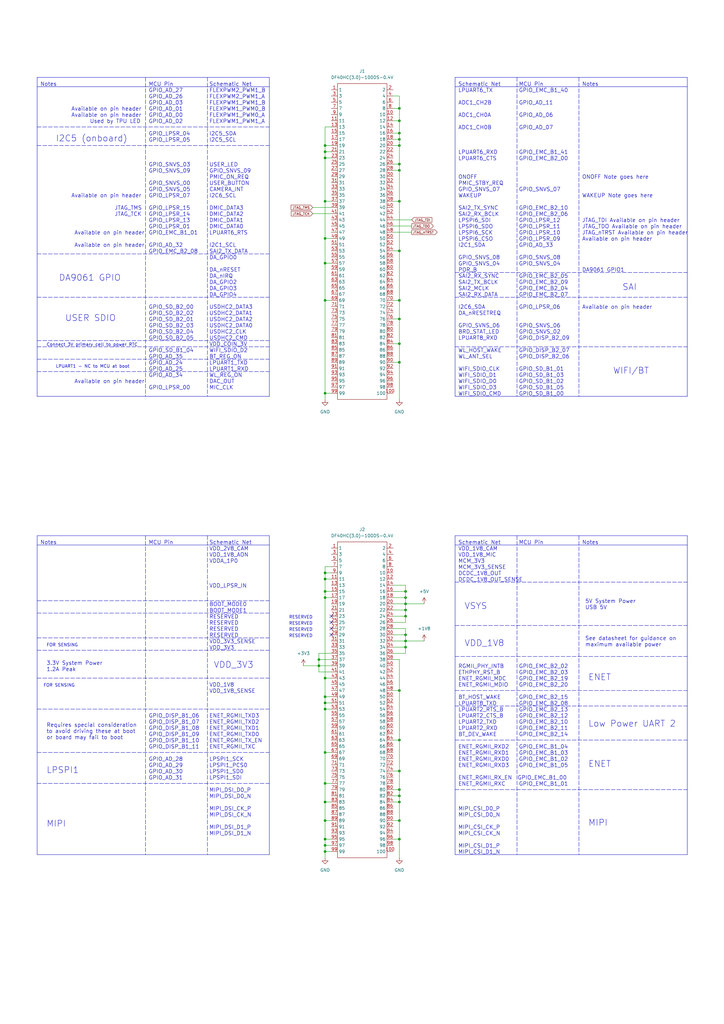
<source format=kicad_sch>
(kicad_sch (version 20211123) (generator eeschema)
  (paper "A3" portrait)
  (lib_symbols
    (symbol "DevBoardMicroLib:DF40HC(3.0)-100DS-0.4V"
      (property "Reference" "J" (at -10.16 68.58 0))
      (property "Value" "DF40HC(3.0)-100DS-0.4V" (at 0 0 90))
      (symbol "DF40HC(3.0)-100DS-0.4V_0_1"
        (rectangle (start -10.16 66.04) (end 10.16 -63.5))
      )
      (symbol "DF40HC(3.0)-100DS-0.4V_1_1"
        (pin passive line (at -12.7 63.5 0) (length 2.54) (name "1") (number "1"))
        (pin passive line (at 12.7 53.34 180) (length 2.54) (name "10") (number "10"))
        (pin passive line (at 12.7 -60.96 180) (length 2.54) (name "100") (number "100"))
        (pin passive line (at -12.7 50.8 0) (length 2.54) (name "11") (number "11"))
        (pin passive line (at 12.7 50.8 180) (length 2.54) (name "12") (number "12"))
        (pin passive line (at -12.7 48.26 0) (length 2.54) (name "13") (number "13"))
        (pin passive line (at 12.7 48.26 180) (length 2.54) (name "14") (number "14"))
        (pin passive line (at -12.7 45.72 0) (length 2.54) (name "15") (number "15"))
        (pin passive line (at 12.7 45.72 180) (length 2.54) (name "16") (number "16"))
        (pin passive line (at -12.7 43.18 0) (length 2.54) (name "17") (number "17"))
        (pin passive line (at 12.7 43.18 180) (length 2.54) (name "18") (number "18"))
        (pin passive line (at -12.7 40.64 0) (length 2.54) (name "19") (number "19"))
        (pin passive line (at 12.7 63.5 180) (length 2.54) (name "2") (number "2"))
        (pin passive line (at 12.7 40.64 180) (length 2.54) (name "20") (number "20"))
        (pin passive line (at -12.7 38.1 0) (length 2.54) (name "21") (number "21"))
        (pin passive line (at 12.7 38.1 180) (length 2.54) (name "22") (number "22"))
        (pin passive line (at -12.7 35.56 0) (length 2.54) (name "23") (number "23"))
        (pin passive line (at 12.7 35.56 180) (length 2.54) (name "24") (number "24"))
        (pin passive line (at -12.7 33.02 0) (length 2.54) (name "25") (number "25"))
        (pin passive line (at 12.7 33.02 180) (length 2.54) (name "26") (number "26"))
        (pin passive line (at -12.7 30.48 0) (length 2.54) (name "27") (number "27"))
        (pin passive line (at 12.7 30.48 180) (length 2.54) (name "28") (number "28"))
        (pin passive line (at -12.7 27.94 0) (length 2.54) (name "29") (number "29"))
        (pin passive line (at -12.7 60.96 0) (length 2.54) (name "3") (number "3"))
        (pin passive line (at 12.7 27.94 180) (length 2.54) (name "30") (number "30"))
        (pin passive line (at -12.7 25.4 0) (length 2.54) (name "31") (number "31"))
        (pin passive line (at 12.7 25.4 180) (length 2.54) (name "32") (number "32"))
        (pin passive line (at -12.7 22.86 0) (length 2.54) (name "33") (number "33"))
        (pin passive line (at 12.7 22.86 180) (length 2.54) (name "34") (number "34"))
        (pin passive line (at -12.7 20.32 0) (length 2.54) (name "35") (number "35"))
        (pin passive line (at 12.7 20.32 180) (length 2.54) (name "36") (number "36"))
        (pin passive line (at -12.7 17.78 0) (length 2.54) (name "37") (number "37"))
        (pin passive line (at 12.7 17.78 180) (length 2.54) (name "38") (number "38"))
        (pin passive line (at -12.7 15.24 0) (length 2.54) (name "39") (number "39"))
        (pin passive line (at 12.7 60.96 180) (length 2.54) (name "4") (number "4"))
        (pin passive line (at 12.7 15.24 180) (length 2.54) (name "40") (number "40"))
        (pin passive line (at -12.7 12.7 0) (length 2.54) (name "41") (number "41"))
        (pin passive line (at 12.7 12.7 180) (length 2.54) (name "42") (number "42"))
        (pin passive line (at -12.7 10.16 0) (length 2.54) (name "43") (number "43"))
        (pin passive line (at 12.7 10.16 180) (length 2.54) (name "44") (number "44"))
        (pin passive line (at -12.7 7.62 0) (length 2.54) (name "45") (number "45"))
        (pin passive line (at 12.7 7.62 180) (length 2.54) (name "46") (number "46"))
        (pin passive line (at -12.7 5.08 0) (length 2.54) (name "47") (number "47"))
        (pin passive line (at 12.7 5.08 180) (length 2.54) (name "48") (number "48"))
        (pin passive line (at -12.7 2.54 0) (length 2.54) (name "49") (number "49"))
        (pin passive line (at -12.7 58.42 0) (length 2.54) (name "5") (number "5"))
        (pin passive line (at 12.7 2.54 180) (length 2.54) (name "50") (number "50"))
        (pin passive line (at -12.7 0 0) (length 2.54) (name "51") (number "51"))
        (pin passive line (at 12.7 0 180) (length 2.54) (name "52") (number "52"))
        (pin passive line (at -12.7 -2.54 0) (length 2.54) (name "53") (number "53"))
        (pin passive line (at 12.7 -2.54 180) (length 2.54) (name "54") (number "54"))
        (pin passive line (at -12.7 -5.08 0) (length 2.54) (name "55") (number "55"))
        (pin passive line (at 12.7 -5.08 180) (length 2.54) (name "56") (number "56"))
        (pin passive line (at -12.7 -7.62 0) (length 2.54) (name "57") (number "57"))
        (pin passive line (at 12.7 -7.62 180) (length 2.54) (name "58") (number "58"))
        (pin passive line (at -12.7 -10.16 0) (length 2.54) (name "59") (number "59"))
        (pin passive line (at 12.7 58.42 180) (length 2.54) (name "6") (number "6"))
        (pin passive line (at 12.7 -10.16 180) (length 2.54) (name "60") (number "60"))
        (pin passive line (at -12.7 -12.7 0) (length 2.54) (name "61") (number "61"))
        (pin passive line (at 12.7 -12.7 180) (length 2.54) (name "62") (number "62"))
        (pin passive line (at -12.7 -15.24 0) (length 2.54) (name "63") (number "63"))
        (pin passive line (at 12.7 -15.24 180) (length 2.54) (name "64") (number "64"))
        (pin passive line (at -12.7 -17.78 0) (length 2.54) (name "65") (number "65"))
        (pin passive line (at 12.7 -17.78 180) (length 2.54) (name "66") (number "66"))
        (pin passive line (at -12.7 -20.32 0) (length 2.54) (name "67") (number "67"))
        (pin passive line (at 12.7 -20.32 180) (length 2.54) (name "68") (number "68"))
        (pin passive line (at -12.7 -22.86 0) (length 2.54) (name "69") (number "69"))
        (pin passive line (at -12.7 55.88 0) (length 2.54) (name "7") (number "7"))
        (pin passive line (at 12.7 -22.86 180) (length 2.54) (name "70") (number "70"))
        (pin passive line (at -12.7 -25.4 0) (length 2.54) (name "71") (number "71"))
        (pin passive line (at 12.7 -25.4 180) (length 2.54) (name "72") (number "72"))
        (pin passive line (at -12.7 -27.94 0) (length 2.54) (name "73") (number "73"))
        (pin passive line (at 12.7 -27.94 180) (length 2.54) (name "74") (number "74"))
        (pin passive line (at -12.7 -30.48 0) (length 2.54) (name "75") (number "75"))
        (pin passive line (at 12.7 -30.48 180) (length 2.54) (name "76") (number "76"))
        (pin passive line (at -12.7 -33.02 0) (length 2.54) (name "77") (number "77"))
        (pin passive line (at 12.7 -33.02 180) (length 2.54) (name "78") (number "78"))
        (pin passive line (at -12.7 -35.56 0) (length 2.54) (name "79") (number "79"))
        (pin passive line (at 12.7 55.88 180) (length 2.54) (name "8") (number "8"))
        (pin passive line (at 12.7 -35.56 180) (length 2.54) (name "80") (number "80"))
        (pin passive line (at -12.7 -38.1 0) (length 2.54) (name "81") (number "81"))
        (pin passive line (at 12.7 -38.1 180) (length 2.54) (name "82") (number "82"))
        (pin passive line (at -12.7 -40.64 0) (length 2.54) (name "83") (number "83"))
        (pin passive line (at 12.7 -40.64 180) (length 2.54) (name "84") (number "84"))
        (pin passive line (at -12.7 -43.18 0) (length 2.54) (name "85") (number "85"))
        (pin passive line (at 12.7 -43.18 180) (length 2.54) (name "86") (number "86"))
        (pin passive line (at -12.7 -45.72 0) (length 2.54) (name "87") (number "87"))
        (pin passive line (at 12.7 -45.72 180) (length 2.54) (name "88") (number "88"))
        (pin passive line (at -12.7 -48.26 0) (length 2.54) (name "89") (number "89"))
        (pin passive line (at -12.7 53.34 0) (length 2.54) (name "9") (number "9"))
        (pin passive line (at 12.7 -48.26 180) (length 2.54) (name "90") (number "90"))
        (pin passive line (at -12.7 -50.8 0) (length 2.54) (name "91") (number "91"))
        (pin passive line (at 12.7 -50.8 180) (length 2.54) (name "92") (number "92"))
        (pin passive line (at -12.7 -53.34 0) (length 2.54) (name "93") (number "93"))
        (pin passive line (at 12.7 -53.34 180) (length 2.54) (name "94") (number "94"))
        (pin passive line (at -12.7 -55.88 0) (length 2.54) (name "95") (number "95"))
        (pin passive line (at 12.7 -55.88 180) (length 2.54) (name "96") (number "96"))
        (pin passive line (at -12.7 -58.42 0) (length 2.54) (name "97") (number "97"))
        (pin passive line (at 12.7 -58.42 180) (length 2.54) (name "98") (number "98"))
        (pin passive line (at -12.7 -60.96 0) (length 2.54) (name "99") (number "99"))
      )
    )
    (symbol "power:+1V8" (power) (pin_names (offset 0))
      (property "Value" "+1V8" (at 0 3.556 0))
      (symbol "+1V8_0_1"
        (polyline (pts (xy -0.762 1.27) (xy 0 2.54)))
        (polyline (pts (xy 0 0) (xy 0 2.54)))
        (polyline (pts (xy 0 2.54) (xy 0.762 1.27)))
      )
      (symbol "+1V8_1_1"
        (pin power_in line (at 0 0 90) (length 0) hide (name "+1V8") (number "1"))
      )
    )
    (symbol "power:+3V3" (power) (pin_names (offset 0))
      (property "Value" "+3V3" (at 0 3.556 0))
      (symbol "+3V3_0_1"
        (polyline (pts (xy -0.762 1.27) (xy 0 2.54)))
        (polyline (pts (xy 0 0) (xy 0 2.54)))
        (polyline (pts (xy 0 2.54) (xy 0.762 1.27)))
      )
      (symbol "+3V3_1_1"
        (pin power_in line (at 0 0 90) (length 0) hide (name "+3V3") (number "1"))
      )
    )
    (symbol "power:+5V" (power) (pin_names (offset 0))
      (property "Value" "+5V" (at 0 3.556 0))
      (symbol "+5V_0_1"
        (polyline (pts (xy -0.762 1.27) (xy 0 2.54)))
        (polyline (pts (xy 0 0) (xy 0 2.54)))
        (polyline (pts (xy 0 2.54) (xy 0.762 1.27)))
      )
      (symbol "+5V_1_1"
        (pin power_in line (at 0 0 90) (length 0) hide (name "+5V") (number "1"))
      )
    )
    (symbol "power:GND" (power) (pin_names (offset 0))
      (property "Value" "GND" (at 0 -3.81 0))
      (symbol "GND_0_1"
        (polyline (pts (xy 0 0) (xy 0 -1.27) (xy 1.27 -1.27) (xy 0 -2.54) (xy -1.27 -1.27) (xy 0 -1.27)))
      )
      (symbol "GND_1_1"
        (pin power_in line (at 0 0 270) (length 0) hide (name "GND") (number "1"))
      )
    )
  )
  (junction (at 133.35 285.75))
  (junction (at 163.83 102.87))
  (junction (at 133.35 161.29))
  (junction (at 163.83 336.55))
  (junction (at 133.35 245.11))
  (junction (at 163.83 323.85))
  (junction (at 163.83 82.55))
  (junction (at 133.35 97.79))
  (junction (at 163.83 328.93))
  (junction (at 133.35 321.31))
  (junction (at 133.35 336.55))
  (junction (at 130.81 273.05))
  (junction (at 133.35 82.55))
  (junction (at 166.37 265.43))
  (junction (at 163.83 123.19))
  (junction (at 163.83 130.81))
  (junction (at 133.35 278.13))
  (junction (at 133.35 288.29))
  (junction (at 133.35 308.61))
  (junction (at 163.83 316.23))
  (junction (at 163.83 140.97))
  (junction (at 133.35 328.93))
  (junction (at 133.35 237.49))
  (junction (at 133.35 107.95))
  (junction (at 166.37 252.73))
  (junction (at 133.35 349.25))
  (junction (at 133.35 64.77))
  (junction (at 163.83 303.53))
  (junction (at 133.35 234.95))
  (junction (at 163.83 54.61))
  (junction (at 163.83 49.53))
  (junction (at 163.83 326.39))
  (junction (at 133.35 59.69))
  (junction (at 163.83 59.69))
  (junction (at 133.35 123.19))
  (junction (at 166.37 245.11))
  (junction (at 166.37 250.19))
  (junction (at 166.37 247.65))
  (junction (at 166.37 242.57))
  (junction (at 166.37 260.35))
  (junction (at 163.83 67.31))
  (junction (at 133.35 62.23))
  (junction (at 133.35 346.71))
  (junction (at 130.81 270.51))
  (junction (at 163.83 57.15))
  (junction (at 133.35 242.57))
  (junction (at 163.83 69.85))
  (junction (at 133.35 344.17))
  (junction (at 163.83 148.59))
  (junction (at 133.35 290.83))
  (junction (at 163.83 344.17))
  (junction (at 163.83 283.21))
  (junction (at 163.83 44.45))
  (junction (at 166.37 262.89))
  (no_connect (at 135.89 252.73))
  (no_connect (at 135.89 257.81))
  (no_connect (at 135.89 255.27))
  (no_connect (at 135.89 260.35))
  (polyline (pts (xy 15.24 59.69) (xy 110.49 59.69)))
  (wire (pts (xy 163.83 44.45) (xy 163.83 49.53)))
  (polyline (pts (xy 186.69 303.53) (xy 281.94 303.53)))
  (wire (pts (xy 161.29 252.73) (xy 166.37 252.73)))
  (wire (pts (xy 130.81 270.51) (xy 130.81 267.97)))
  (wire (pts (xy 135.89 161.29) (xy 133.35 161.29)))
  (wire (pts (xy 133.35 285.75) (xy 135.89 285.75)))
  (wire (pts (xy 133.35 82.55) (xy 133.35 97.79)))
  (polyline (pts (xy 186.69 283.21) (xy 281.94 283.21)))
  (wire (pts (xy 163.83 323.85) (xy 163.83 326.39)))
  (polyline (pts (xy 281.94 350.52) (xy 186.69 350.52)) (stroke (width 0) (type solid)))
  (wire (pts (xy 135.89 82.55) (xy 133.35 82.55)))
  (polyline (pts (xy 186.69 323.85) (xy 281.94 323.85)))
  (wire (pts (xy 166.37 267.97) (xy 166.37 265.43)))
  (polyline (pts (xy 237.49 219.71) (xy 237.49 350.52)))
  (wire (pts (xy 133.35 308.61) (xy 133.35 321.31)))
  (wire (pts (xy 163.83 303.53) (xy 163.83 316.23)))
  (wire (pts (xy 163.83 336.55) (xy 163.83 344.17)))
  (polyline (pts (xy 15.24 52.07) (xy 110.49 52.07)))
  (polyline (pts (xy 186.69 289.56) (xy 281.94 289.56)))
  (wire (pts (xy 161.29 344.17) (xy 163.83 344.17)))
  (polyline (pts (xy 15.24 246.38) (xy 110.49 246.38)))
  (wire (pts (xy 161.29 247.65) (xy 166.37 247.65)))
  (polyline (pts (xy 110.49 162.56) (xy 15.24 162.56)) (stroke (width 0) (type solid)))
  (polyline (pts (xy 186.69 31.75) (xy 281.94 31.75)) (stroke (width 0) (type solid)))
  (wire (pts (xy 133.35 278.13) (xy 133.35 285.75)))
  (polyline (pts (xy 15.24 219.71) (xy 110.49 219.71)) (stroke (width 0) (type solid)))
  (wire (pts (xy 133.35 344.17) (xy 135.89 344.17)))
  (polyline (pts (xy 15.24 223.52) (xy 110.49 223.52)) (stroke (width 0) (type solid)))
  (wire (pts (xy 161.29 90.17) (xy 168.91 90.17)))
  (wire (pts (xy 161.29 303.53) (xy 163.83 303.53)))
  (wire (pts (xy 161.29 130.81) (xy 163.83 130.81)))
  (polyline (pts (xy 186.69 121.92) (xy 281.94 121.92)))
  (wire (pts (xy 163.83 57.15) (xy 163.83 59.69)))
  (wire (pts (xy 166.37 250.19) (xy 166.37 252.73)))
  (polyline (pts (xy 186.69 35.56) (xy 281.94 35.56)) (stroke (width 0) (type solid)))
  (wire (pts (xy 161.29 123.19) (xy 163.83 123.19)))
  (wire (pts (xy 161.29 242.57) (xy 166.37 242.57)))
  (wire (pts (xy 128.27 85.09) (xy 135.89 85.09)))
  (wire (pts (xy 161.29 326.39) (xy 163.83 326.39)))
  (polyline (pts (xy 15.24 251.46) (xy 110.49 251.46)))
  (wire (pts (xy 133.35 349.25) (xy 135.89 349.25)))
  (wire (pts (xy 130.81 273.05) (xy 130.81 270.51)))
  (wire (pts (xy 161.29 67.31) (xy 163.83 67.31)))
  (wire (pts (xy 166.37 265.43) (xy 166.37 262.89)))
  (wire (pts (xy 161.29 267.97) (xy 166.37 267.97)))
  (wire (pts (xy 161.29 102.87) (xy 163.83 102.87)))
  (wire (pts (xy 133.35 308.61) (xy 135.89 308.61)))
  (wire (pts (xy 130.81 275.59) (xy 130.81 273.05)))
  (wire (pts (xy 135.89 59.69) (xy 133.35 59.69)))
  (wire (pts (xy 163.83 130.81) (xy 163.83 140.97)))
  (polyline (pts (xy 281.94 31.75) (xy 281.94 162.56)) (stroke (width 0) (type solid)))
  (wire (pts (xy 166.37 245.11) (xy 166.37 247.65)))
  (wire (pts (xy 133.35 336.55) (xy 135.89 336.55)))
  (wire (pts (xy 133.35 234.95) (xy 133.35 237.49)))
  (polyline (pts (xy 186.69 256.54) (xy 281.94 256.54)))
  (wire (pts (xy 161.29 270.51) (xy 163.83 270.51)))
  (wire (pts (xy 166.37 255.27) (xy 161.29 255.27)))
  (wire (pts (xy 161.29 148.59) (xy 163.83 148.59)))
  (wire (pts (xy 161.29 257.81) (xy 166.37 257.81)))
  (wire (pts (xy 163.83 67.31) (xy 163.83 69.85)))
  (wire (pts (xy 133.35 97.79) (xy 133.35 107.95)))
  (wire (pts (xy 163.83 49.53) (xy 163.83 54.61)))
  (wire (pts (xy 161.29 328.93) (xy 163.83 328.93)))
  (wire (pts (xy 166.37 262.89) (xy 173.99 262.89)))
  (polyline (pts (xy 186.69 238.76) (xy 281.94 238.76)))
  (wire (pts (xy 166.37 260.35) (xy 166.37 257.81)))
  (wire (pts (xy 133.35 349.25) (xy 133.35 351.79)))
  (polyline (pts (xy 186.69 142.24) (xy 281.94 142.24)))
  (polyline (pts (xy 186.69 219.71) (xy 281.94 219.71)) (stroke (width 0) (type solid)))
  (wire (pts (xy 166.37 247.65) (xy 166.37 250.19)))
  (wire (pts (xy 133.35 278.13) (xy 135.89 278.13)))
  (wire (pts (xy 161.29 69.85) (xy 163.83 69.85)))
  (polyline (pts (xy 212.09 31.75) (xy 212.09 162.56)))
  (wire (pts (xy 133.35 346.71) (xy 133.35 349.25)))
  (wire (pts (xy 166.37 262.89) (xy 166.37 260.35)))
  (wire (pts (xy 163.83 39.37) (xy 163.83 44.45)))
  (polyline (pts (xy 110.49 350.52) (xy 15.24 350.52)) (stroke (width 0) (type solid)))
  (wire (pts (xy 135.89 123.19) (xy 133.35 123.19)))
  (polyline (pts (xy 186.69 219.71) (xy 186.69 350.52)) (stroke (width 0) (type solid)))
  (polyline (pts (xy 15.24 290.83) (xy 110.49 290.83)))
  (wire (pts (xy 163.83 326.39) (xy 163.83 328.93)))
  (wire (pts (xy 161.29 57.15) (xy 163.83 57.15)))
  (polyline (pts (xy 186.69 31.75) (xy 186.69 162.56)) (stroke (width 0) (type solid)))
  (wire (pts (xy 161.29 316.23) (xy 163.83 316.23)))
  (wire (pts (xy 135.89 64.77) (xy 133.35 64.77)))
  (wire (pts (xy 133.35 290.83) (xy 133.35 308.61)))
  (polyline (pts (xy 15.24 139.7) (xy 110.49 139.7)))
  (wire (pts (xy 133.35 321.31) (xy 135.89 321.31)))
  (polyline (pts (xy 186.69 223.52) (xy 281.94 223.52)) (stroke (width 0) (type solid)))
  (wire (pts (xy 133.35 62.23) (xy 133.35 64.77)))
  (polyline (pts (xy 85.09 219.71) (xy 85.09 350.52)))
  (wire (pts (xy 133.35 328.93) (xy 135.89 328.93)))
  (wire (pts (xy 133.35 336.55) (xy 133.35 344.17)))
  (wire (pts (xy 133.35 237.49) (xy 135.89 237.49)))
  (wire (pts (xy 166.37 240.03) (xy 166.37 242.57)))
  (wire (pts (xy 133.35 285.75) (xy 133.35 288.29)))
  (polyline (pts (xy 15.24 31.75) (xy 15.24 162.56)) (stroke (width 0) (type solid)))
  (wire (pts (xy 133.35 161.29) (xy 133.35 163.83)))
  (wire (pts (xy 133.35 64.77) (xy 133.35 82.55)))
  (wire (pts (xy 163.83 148.59) (xy 163.83 163.83)))
  (wire (pts (xy 161.29 44.45) (xy 163.83 44.45)))
  (wire (pts (xy 133.35 344.17) (xy 133.35 346.71)))
  (polyline (pts (xy 110.49 219.71) (xy 110.49 350.52)) (stroke (width 0) (type solid)))
  (polyline (pts (xy 212.09 219.71) (xy 212.09 350.52)))
  (polyline (pts (xy 110.49 31.75) (xy 110.49 162.56)) (stroke (width 0) (type solid)))
  (wire (pts (xy 163.83 283.21) (xy 163.83 303.53)))
  (polyline (pts (xy 85.09 31.75) (xy 85.09 162.56)))
  (wire (pts (xy 166.37 252.73) (xy 166.37 255.27)))
  (wire (pts (xy 161.29 336.55) (xy 163.83 336.55)))
  (wire (pts (xy 166.37 242.57) (xy 166.37 245.11)))
  (wire (pts (xy 133.35 328.93) (xy 133.35 336.55)))
  (wire (pts (xy 163.83 344.17) (xy 163.83 351.79)))
  (wire (pts (xy 163.83 328.93) (xy 163.83 336.55)))
  (wire (pts (xy 161.29 260.35) (xy 166.37 260.35)))
  (wire (pts (xy 133.35 321.31) (xy 133.35 328.93)))
  (wire (pts (xy 133.35 232.41) (xy 133.35 234.95)))
  (wire (pts (xy 161.29 82.55) (xy 163.83 82.55)))
  (polyline (pts (xy 15.24 35.56) (xy 110.49 35.56)) (stroke (width 0) (type solid)))
  (wire (pts (xy 163.83 102.87) (xy 163.83 123.19)))
  (wire (pts (xy 163.83 59.69) (xy 163.83 67.31)))
  (wire (pts (xy 163.83 270.51) (xy 163.83 283.21)))
  (wire (pts (xy 124.46 273.05) (xy 130.81 273.05)))
  (wire (pts (xy 133.35 245.11) (xy 135.89 245.11)))
  (wire (pts (xy 163.83 140.97) (xy 163.83 148.59)))
  (polyline (pts (xy 15.24 219.71) (xy 15.24 350.52)) (stroke (width 0) (type solid)))
  (polyline (pts (xy 281.94 162.56) (xy 186.69 162.56)) (stroke (width 0) (type solid)))
  (wire (pts (xy 133.35 123.19) (xy 133.35 161.29)))
  (wire (pts (xy 161.29 323.85) (xy 163.83 323.85)))
  (wire (pts (xy 161.29 59.69) (xy 163.83 59.69)))
  (wire (pts (xy 135.89 107.95) (xy 133.35 107.95)))
  (wire (pts (xy 161.29 262.89) (xy 166.37 262.89)))
  (polyline (pts (xy 15.24 308.61) (xy 110.49 308.61)))
  (wire (pts (xy 130.81 270.51) (xy 135.89 270.51)))
  (wire (pts (xy 161.29 245.11) (xy 166.37 245.11)))
  (wire (pts (xy 135.89 275.59) (xy 130.81 275.59)))
  (polyline (pts (xy 186.69 269.24) (xy 281.94 269.24)))
  (polyline (pts (xy 59.69 31.75) (xy 59.69 162.56)))
  (wire (pts (xy 161.29 54.61) (xy 163.83 54.61)))
  (wire (pts (xy 133.35 346.71) (xy 135.89 346.71)))
  (wire (pts (xy 135.89 52.07) (xy 133.35 52.07)))
  (polyline (pts (xy 15.24 147.32) (xy 110.49 147.32)))
  (wire (pts (xy 133.35 245.11) (xy 133.35 278.13)))
  (polyline (pts (xy 59.69 219.71) (xy 59.69 350.52)))
  (wire (pts (xy 133.35 288.29) (xy 135.89 288.29)))
  (wire (pts (xy 133.35 290.83) (xy 135.89 290.83)))
  (wire (pts (xy 161.29 240.03) (xy 166.37 240.03)))
  (wire (pts (xy 161.29 265.43) (xy 166.37 265.43)))
  (wire (pts (xy 161.29 283.21) (xy 163.83 283.21)))
  (wire (pts (xy 161.29 49.53) (xy 163.83 49.53)))
  (wire (pts (xy 135.89 232.41) (xy 133.35 232.41)))
  (wire (pts (xy 163.83 82.55) (xy 163.83 102.87)))
  (wire (pts (xy 161.29 92.71) (xy 168.91 92.71)))
  (polyline (pts (xy 186.69 111.76) (xy 281.94 111.76)))
  (wire (pts (xy 161.29 95.25) (xy 168.91 95.25)))
  (wire (pts (xy 133.35 242.57) (xy 135.89 242.57)))
  (polyline (pts (xy 15.24 104.14) (xy 110.49 104.14)))
  (wire (pts (xy 133.35 288.29) (xy 133.35 290.83)))
  (wire (pts (xy 163.83 316.23) (xy 163.83 323.85)))
  (wire (pts (xy 135.89 62.23) (xy 133.35 62.23)))
  (wire (pts (xy 133.35 237.49) (xy 133.35 242.57)))
  (polyline (pts (xy 15.24 121.92) (xy 110.49 121.92)))
  (wire (pts (xy 166.37 247.65) (xy 173.99 247.65)))
  (polyline (pts (xy 15.24 278.13) (xy 110.49 278.13)))
  (wire (pts (xy 135.89 97.79) (xy 133.35 97.79)))
  (wire (pts (xy 133.35 234.95) (xy 135.89 234.95)))
  (wire (pts (xy 133.35 107.95) (xy 133.35 123.19)))
  (wire (pts (xy 161.29 140.97) (xy 163.83 140.97)))
  (polyline (pts (xy 15.24 266.7) (xy 110.49 266.7)))
  (polyline (pts (xy 15.24 31.75) (xy 110.49 31.75)) (stroke (width 0) (type solid)))
  (wire (pts (xy 128.27 87.63) (xy 135.89 87.63)))
  (wire (pts (xy 130.81 273.05) (xy 135.89 273.05)))
  (polyline (pts (xy 15.24 321.31) (xy 110.49 321.31)))
  (polyline (pts (xy 15.24 142.24) (xy 110.49 142.24)))
  (wire (pts (xy 161.29 250.19) (xy 166.37 250.19)))
  (wire (pts (xy 161.29 39.37) (xy 163.83 39.37)))
  (wire (pts (xy 163.83 69.85) (xy 163.83 82.55)))
  (polyline (pts (xy 237.49 31.75) (xy 237.49 162.56)))
  (polyline (pts (xy 281.94 219.71) (xy 281.94 350.52)) (stroke (width 0) (type solid)))
  (polyline (pts (xy 15.24 261.62) (xy 110.49 261.62)))
  (polyline (pts (xy 15.24 152.4) (xy 110.49 152.4)))
  (wire (pts (xy 163.83 54.61) (xy 163.83 57.15)))
  (wire (pts (xy 130.81 267.97) (xy 135.89 267.97)))
  (wire (pts (xy 163.83 123.19) (xy 163.83 130.81)))
  (wire (pts (xy 133.35 59.69) (xy 133.35 62.23)))
  (wire (pts (xy 133.35 242.57) (xy 133.35 245.11)))
  (wire (pts (xy 133.35 52.07) (xy 133.35 59.69)))
  (text "SAI" (at 255.27 119.38 0) (effects (font (size 2.54 2.54)) (justify left bottom)))
  (text "VDD_3V3" (at 87.63 274.32 0) (effects (font (size 2.54 2.54)) (justify left bottom)))
  (text "MCU Pin			Schematic Net\n				VDD_2V8_CAM\n				VDD_1V8_AON\n				VDDA_1P0\n\n\n\n				VDD_LPSR_IN\n\n\n				BOOT_MODE0\n				BOOT_MODE1\n				RESERVED\n				RESERVED\n				RESERVED\n				RESERVED\n				VDD_3V3_SENSE\n				VDD_3V3\n\n\n\n\n\n				VDD_1V8\n				VDD_1V8_SENSE\n\n\n\nGPIO_DISP_B1_06	ENET_RGMII_TXD3\nGPIO_DISP_B1_07	ENET_RGMII_TXD2\nGPIO_DISP_B1_08	ENET_RGMII_TXD1\nGPIO_DISP_B1_09	ENET_RGMII_TXD0\nGPIO_DISP_B1_10	ENET_RGMII_TX_EN\nGPIO_DISP_B1_11	ENET_RGMII_TXC\n\nGPIO_AD_28		LPSPI1_SCK\nGPIO_AD_29		LPSPI1_PCS0\nGPIO_AD_30		LPSPI1_SD0\nGPIO_AD_31		LPSPI1_SDI\n\n				MIPI_DSI_D0_P\n				MIPI_DSI_D0_N\n\n				MIPI_DSI_CK_P\n				MIPI_DSI_CK_N\n\n				MIPI_DSI_D1_P\n				MIPI_DSI_D1_N\n\n\n" (at 60.96 347.98 0) (effects (font (size 1.5773 1.5773)) (justify left bottom)))
  (text "WAKEUP Note goes here" (at 238.76 81.28 0) (effects (font (size 1.5773 1.5773)) (justify left bottom)))
  (text "Schematic Net	MCU Pin\nVDD_1V8_CAM\nVDD_1V8_MIC\nMCM_3V3\nMCM_3V3_SENSE\nDCDC_1V8_OUT\nDCDC_1V8_OUT_SENSE\n\n\n\n\n\n\n\n\n\n\n\n\n\nRGMII_PHY_INTB	GPIO_EMC_B2_02\nETHPHY_RST_B	GPIO_EMC_B2_03\nENET_RGMII_MDC	GPIO_EMC_B2_19\nENET_RGMII_MDIO	GPIO_EMC_B2_20\n\nBT_HOST_WAKE	GPIO_EMC_B2_15\nLPUART8_TXD		GPIO_EMC_B2_08\nLPUART2_RTS_B	GPIO_EMC_B2_13\nLPUART2_CTS_B	GPIO_EMC_B2_12\nLPUART2_TXD		GPIO_EMC_B2_10\nLPUART2_RXD		GPIO_EMC_B2_11\nBT_DEV_WAKE		GPIO_EMC_B2_14\n\nENET_RGMII_RXD2	GPIO_EMC_B1_04\nENET_RGMII_RXD1	GPIO_EMC_B1_03\nENET_RGMII_RXD0	GPIO_EMC_B1_02\nENET_RGMII_RXD3	GPIO_EMC_B1_05\n\nENET_RGMII_RX_EN  GPIO_EMC_B1_00\nENET_RGMII_RXC	GPIO_EMC_B1_01\n\n\n\nMIPI_CSI_D0_P\nMIPI_CSI_D0_N\n\nMIPI_CSI_CK_P\nMIPI_CSI_CK_N\n\nMIPI_CSI_D1_P\nMIPI_CSI_D1_N\n" (at 187.96 350.52 0) (effects (font (size 1.5773 1.5773)) (justify left bottom)))
  (text "LPSPI1" (at 19.05 317.5 0) (effects (font (size 2.54 2.54)) (justify left bottom)))
  (text "RESERVED" (at 128.27 256.54 180) (effects (font (size 1.27 1.27)) (justify right bottom)))
  (text "RESERVED" (at 128.27 254 180) (effects (font (size 1.27 1.27)) (justify right bottom)))
  (text "JTAG_nTRST Available on pin header" (at 238.76 96.52 0) (effects (font (size 1.5773 1.5773)) (justify left bottom)))
  (text "DA9061 GPIO" (at 24.13 115.57 0) (effects (font (size 2.54 2.54)) (justify left bottom)))
  (text "JTAG_TDI Available on pin header" (at 238.76 91.44 0) (effects (font (size 1.5773 1.5773)) (justify left bottom)))
  (text "Schematic Net	MCU Pin\nLPUART6_TX		GPIO_EMC_B1_40\n\nADC1_CH2B		GPIO_AD_11\n\nADC1_CH0A		GPIO_AD_06\n\nADC1_CH0B		GPIO_AD_07\n\n\n\nLPUART6_RXD		GPIO_EMC_B1_41\nLPUART6_CTS		GPIO_EMC_B2_00\n\n\nONOFF\nPMIC_STBY_REQ\nGPIO_SNVS_07	GPIO_SNVS_07\nWAKEUP\n\nSAI2_TX_SYNC	GPIO_EMC_B2_10\nSAI2_RX_BCLK	GPIO_EMC_B2_06\nLPSPI6_SDI		GPIO_LPSR_12\nLPSPI6_SDO		GPIO_LPSR_11\nLPSPI6_SCK		GPIO_LPSR_10\nLPSPI6_CSO		GPIO_LPSR_09\nI2C1_SDA		GPIO_AD_33\n\nGPIO_SNVS_08	GPIO_SNVS_08\nGPIO_SNVS_04	GPIO_SNVS_04\nPOR_B\nSAI2_RX_SYNC	GPIO_EMC_B2_05\nSAI2_TX_BCLK	GPIO_EMC_B2_09\nSAI2_MCLK		GPIO_EMC_B2_04\nSAI2_RX_DATA	GPIO_EMC_B2_07\n\nI2C6_SDA		GPIO_LPSR_06\nDA_nRESETREQ\n\nGPIO_SVNS_06	GPIO_SNVS_06\nBRD_STAT_LED	GPIO_SNVS_02\nLPUART8_RXD		GPIO_DISP_B2_09\n\nWL_HOST_WAKE	GPIO_DISP_B2_07\nWL_ANT_SEL		GPIO_DISP_B2_06\n\nWIFI_SDIO_CLK	GPIO_SD_B1_01\nWIFI_SDIO_D1	GPIO_SD_B1_03\nWIFI_SDIO_D0	GPIO_SD_B1_02\nWIFI_SDIO_D3	GPIO_SD_B1_05\nWIFI_SDIO_CMD	GPIO_SD_B1_00		\n" (at 187.96 162.56 0) (effects (font (size 1.5773 1.5773)) (justify left bottom)))
  (text "Notes" (at 16.51 35.56 0) (effects (font (size 1.5773 1.5773)) (justify left bottom)))
  (text "MIPI" (at 241.3 339.09 0) (effects (font (size 2.54 2.54)) (justify left bottom)))
  (text "Available on pin header" (at 29.21 45.72 0) (effects (font (size 1.5773 1.5773)) (justify left bottom)))
  (text "5V System Power\nUSB 5V" (at 240.03 250.19 0) (effects (font (size 1.5773 1.5773)) (justify left bottom)))
  (text "3.3V System Power\n1.2A Peak" (at 19.05 275.59 0) (effects (font (size 1.5773 1.5773)) (justify left bottom)))
  (text "Available on pin header" (at 238.76 127 0) (effects (font (size 1.5773 1.5773)) (justify left bottom)))
  (text "Available on pin header" (at 29.21 48.26 0) (effects (font (size 1.5773 1.5773)) (justify left bottom)))
  (text "DA9061 GPIO1" (at 238.76 111.76 0) (effects (font (size 1.5773 1.5773)) (justify left bottom)))
  (text "USER SDIO" (at 26.67 132.08 0) (effects (font (size 2.54 2.54)) (justify left bottom)))
  (text "See datasheet for guidance on\nmaximum available power" (at 240.03 265.43 0) (effects (font (size 1.5773 1.5773)) (justify left bottom)))
  (text "MCU Pin			Schematic Net\nGPIO_AD_27		FLEXPWM2_PWM1_B\nGPIO_AD_26		FLEXPWM2_PWM1_A\nGPIO_AD_03		FLEXPWM1_PWM1_B\nGPIO_AD_01		FLEXPWM1_PWM0_B\nGPIO_AD_00		FLEXPWM1_PWM0_A\nGPIO_AD_02		FLEXPWM1_PWM1_A\n\nGPIO_LPSR_04	I2C5_SDA\nGPIO_LPSR_05	I2C5_SCL\n\n\n\nGPIO_SNVS_03	USER_LED\nGPIO_SNVS_09	GPIO_SNVS_09\n				PMIC_ON_REQ\nGPIO_SNVS_00	USER_BUTTON\nGPIO_SNVS_05	CAMERA_INT\nGPIO_LPSR_07	I2C6_SCL\n\nGPIO_LPSR_15	DMIC_DATA3\nGPIO_LPSR_14	DMIC_DATA2\nGPIO_LPSR_13	DMIC_DATA1\nGPIO_LPSR_01	DMIC_DATA0\nGPIO_EMC_B1_01	LPUART6_RTS\n\nGPIO_AD_32		I2C1_SCL\nGPIO_EMC_B2_08	SAI2_TX_DATA\n				DA_GPIO0\n\n				DA_nRESET\n 				DA_nIRQ\n				DA_GPIO2\n				DA_GPIO3\n				DA_GPIO4\n\nGPIO_SD_B2_00	USDHC2_DATA3\nGPIO_SD_B2_02	USDHC2_DATA1\nGPIO_SD_B2_01	USDHC2_DATA2\nGPIO_SD_B2_03	USDHC2_DATA0\nGPIO_SD_B2_04	USDHC2_CLK\nGPIO_SD_B2_05	USDHC2_CMD\n				VDD_COIN_3V\nGPIO_SD_B1_04	WIFI_SDIO_D2\nGPIO_AD_35		BT_REG_ON\nGPIO_AD_24		LPUART1_TXD\nGPIO_AD_25		LPUART1_RXD\nGPIO_AD_34		WL_REG_ON\n				DAC_OUT\nGPIO_LPSR_00	MIC_CLK" (at 60.96 160.02 0) (effects (font (size 1.5773 1.5773)) (justify left bottom)))
  (text "RESERVED" (at 128.27 261.62 180) (effects (font (size 1.27 1.27)) (justify right bottom)))
  (text "Connect 3V primary cell to power RTC" (at 19.05 142.24 0) (effects (font (size 1.27 1.27)) (justify left bottom)))
  (text "ENET" (at 241.3 279.4 0) (effects (font (size 2.54 2.54)) (justify left bottom)))
  (text "Available on pin header" (at 29.21 81.28 0) (effects (font (size 1.5773 1.5773)) (justify left bottom)))
  (text "ENET" (at 241.3 314.96 0) (effects (font (size 2.54 2.54)) (justify left bottom)))
  (text "WIFI/BT" (at 251.46 153.67 0) (effects (font (size 2.54 2.54)) (justify left bottom)))
  (text "Notes" (at 238.76 35.56 0) (effects (font (size 1.5773 1.5773)) (justify left bottom)))
  (text "Requires special consideration\nto avoid driving these at boot\nor board may fail to boot" (at 19.05 303.53 0) (effects (font (size 1.5773 1.5773)) (justify left bottom)))
  (text "JTAG_TMS" (at 46.99 86.36 0) (effects (font (size 1.5773 1.5773)) (justify left bottom)))
  (text "Available on pin header" (at 30.48 96.52 0) (effects (font (size 1.5773 1.5773)) (justify left bottom)))
  (text "ONOFF Note goes here" (at 238.76 73.66 0) (effects (font (size 1.5773 1.5773)) (justify left bottom)))
  (text "Available on pin header" (at 30.48 157.48 0) (effects (font (size 1.5773 1.5773)) (justify left bottom)))
  (text "Used by TPU LED" (at 36.83 50.8 0) (effects (font (size 1.5773 1.5773)) (justify left bottom)))
  (text "Available on pin header" (at 238.76 99.06 0) (effects (font (size 1.5773 1.5773)) (justify left bottom)))
  (text "MIPI" (at 19.05 339.4642 0) (effects (font (size 2.54 2.54)) (justify left bottom)))
  (text "FOR SENSING" (at 19.05 265.43 0) (effects (font (size 1.27 1.27)) (justify left bottom)))
  (text "I2C5 (onboard)" (at 22.86 58.42 0) (effects (font (size 2.54 2.54)) (justify left bottom)))
  (text "Available on pin header" (at 30.48 101.6 0) (effects (font (size 1.5773 1.5773)) (justify left bottom)))
  (text "RESERVED" (at 128.27 259.08 180) (effects (font (size 1.27 1.27)) (justify right bottom)))
  (text "VDD_1V8" (at 190.5 265.43 0) (effects (font (size 2.54 2.54)) (justify left bottom)))
  (text "Notes" (at 16.51 223.52 0) (effects (font (size 1.5773 1.5773)) (justify left bottom)))
  (text "LPUART1 - NC to MCU at boot" (at 22.86 151.13 0) (effects (font (size 1.27 1.27)) (justify left bottom)))
  (text "Notes" (at 238.76 223.52 0) (effects (font (size 1.5773 1.5773)) (justify left bottom)))
  (text "JTAG_TCK" (at 46.99 88.9 0) (effects (font (size 1.5773 1.5773)) (justify left bottom)))
  (text "VSYS" (at 190.5 250.19 0) (effects (font (size 2.54 2.54)) (justify left bottom)))
  (text "FOR SENSING" (at 17.78 281.94 0) (effects (font (size 1.27 1.27)) (justify left bottom)))
  (text "JTAG_TDO Available on pin header" (at 238.76 93.98 0) (effects (font (size 1.5773 1.5773)) (justify left bottom)))
  (text "Low Power UART 2" (at 241.3 298.45 0) (effects (font (size 2.54 2.54)) (justify left bottom)))
  (global_label "JTAG_TDI" (shape input) (at 168.91 90.17 0) (effects (font (size 1 1))) (property "Intersheet References" "${INTERSHEET_REFS}" (at 177.191 90.1075 0) (effects (font (size 1 1)) (justify left))))
  (global_label "JTAG_TMS" (shape input) (at 128.27 85.09 180) (effects (font (size 1 1))) (property "Intersheet References" "${INTERSHEET_REFS}" (at 119.37 85.1525 0) (effects (font (size 1 1)) (justify right))))
  (global_label "JTAG_nTRST" (shape output) (at 168.91 95.25 0) (effects (font (size 1 1))) (property "Intersheet References" "${INTERSHEET_REFS}" (at 179.3338 95.1875 0) (effects (font (size 1 1)) (justify left))))
  (global_label "JTAG_TDO" (shape output) (at 168.91 92.71 0) (effects (font (size 1 1))) (property "Intersheet References" "${INTERSHEET_REFS}" (at 177.7624 92.6475 0) (effects (font (size 1 1)) (justify left))))
  (global_label "JTAG_TCK" (shape input) (at 128.27 87.63 180) (effects (font (size 1 1))) (property "Intersheet References" "${INTERSHEET_REFS}" (at 119.4652 87.6925 0) (effects (font (size 1 1)) (justify right))))
  (symbol (lib_id "DevBoardMicroLib:DF40HC(3.0)-100DS-0.4V") (at 148.59 288.29 0) (unit 1)
    (property "Reference" "J2" (at 148.59 217.17 0))
    (property "Value" "DF40HC(3.0)-100DS-0.4V" (at 148.59 219.71 0))
    (property "Footprint" "DevBoardMicroLib:DF40HC_3.0-100DS-0.4V" (effects hide))
  )
  (symbol (lib_id "power:GND") (at 163.83 351.79 0) (unit 1)
    (property "Reference" "#PWR0109" (effects hide))
    (property "Value" "GND" (at 163.83 356.87 0))
  )
  (symbol (lib_id "power:GND") (at 133.35 351.79 0) (unit 1)
    (property "Reference" "#PWR0110" (effects hide))
    (property "Value" "GND" (at 133.35 356.87 0))
  )
  (symbol (lib_id "power:+5V") (at 173.99 247.65 0) (unit 1)
    (property "Reference" "#PWR0111" (effects hide))
    (property "Value" "+5V" (at 173.99 242.57 0))
  )
  (symbol (lib_id "DevBoardMicroLib:DF40HC(3.0)-100DS-0.4V") (at 148.59 100.33 0) (unit 1)
    (property "Reference" "J1" (at 148.59 29.21 0))
    (property "Value" "DF40HC(3.0)-100DS-0.4V" (at 148.59 31.75 0))
    (property "Footprint" "DevBoardMicroLib:DF40HC_3.0-100DS-0.4V" (effects hide))
  )
  (symbol (lib_id "power:GND") (at 163.83 163.83 0) (unit 1)
    (property "Reference" "#PWR0114" (effects hide))
    (property "Value" "GND" (at 163.83 168.91 0))
  )
  (symbol (lib_id "power:+1V8") (at 173.99 262.89 0) (unit 1)
    (property "Reference" "#PWR0112" (effects hide))
    (property "Value" "+1V8" (at 173.99 257.81 0))
  )
  (symbol (lib_id "power:+3V3") (at 124.46 273.05 0) (unit 1)
    (property "Reference" "#PWR0113" (effects hide))
    (property "Value" "+3V3" (at 124.46 267.97 0))
  )
  (symbol (lib_id "power:GND") (at 133.35 163.83 0) (unit 1)
    (property "Reference" "#PWR0115" (effects hide))
    (property "Value" "GND" (at 133.35 168.91 0))
  )
)
</source>
